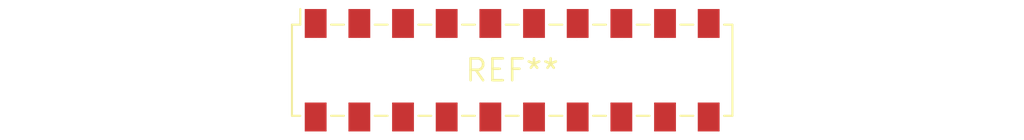
<source format=kicad_pcb>
(kicad_pcb (version 20240108) (generator pcbnew)
  (layers (0 "F.Cu" signal) (31 "B.Cu" signal) (34 "B.Paste" user) (35 "F.Paste" user) (36 "B.SilkS" user "B.Silkscreen") (37 "F.SilkS" user "F.Silkscreen") (38 "B.Mask" user) (39 "F.Mask" user) (44 "Edge.Cuts" user))
  (net 0 "")
  (footprint "Samtec_HLE-110-02-xxx-DV-BE_2x10_P2.54mm_Horizontal" (layer "F.Cu") (at 0 0)
    (property "Reference" "REF**")
    (property "Value" "Samtec_HLE-110-02-xxx-DV-BE_2x10_P2.54mm_Horizontal")
    (fp_line (start -12.81 -2.65) (end -12.81 2.65) (layer "F.SilkS") (stroke (width 0.12)))
    (fp_line (start -12.81 2.65) (end -12.325 2.65) (layer "F.SilkS") (stroke (width 0.12)))
    (fp_line (start -12.325 -3.56) (end -12.325 -2.65) (layer "F.SilkS") (stroke (width 0.12)))
    (fp_line (start -12.325 -2.65) (end -12.81 -2.65) (layer "F.SilkS") (stroke (width 0.12)))
    (fp_line (start -10.535 -2.65) (end -9.785 -2.65) (layer "F.SilkS") (stroke (width 0.12)))
    (fp_line (start -10.535 2.65) (end -9.785 2.65) (layer "F.SilkS") (stroke (width 0.12)))
    (fp_line (start -7.995 -2.65) (end -7.245 -2.65) (layer "F.SilkS") (stroke (width 0.12)))
    (fp_line (start -7.995 2.65) (end -7.245 2.65) (layer "F.SilkS") (stroke (width 0.12)))
    (fp_line (start -5.455 -2.65) (end -4.705 -2.65) (layer "F.SilkS") (stroke (width 0.12)))
    (fp_line (start -5.455 2.65) (end -4.705 2.65) (layer "F.SilkS") (stroke (width 0.12)))
    (fp_line (start -2.915 -2.65) (end -2.165 -2.65) (layer "F.SilkS") (stroke (width 0.12)))
    (fp_line (start -2.915 2.65) (end -2.165 2.65) (layer "F.SilkS") (stroke (width 0.12)))
    (fp_line (start -0.375 -2.65) (end 0.375 -2.65) (layer "F.SilkS") (stroke (width 0.12)))
    (fp_line (start -0.375 2.65) (end 0.375 2.65) (layer "F.SilkS") (stroke (width 0.12)))
    (fp_line (start 2.165 -2.65) (end 2.915 -2.65) (layer "F.SilkS") (stroke (width 0.12)))
    (fp_line (start 2.165 2.65) (end 2.915 2.65) (layer "F.SilkS") (stroke (width 0.12)))
    (fp_line (start 4.705 -2.65) (end 5.455 -2.65) (layer "F.SilkS") (stroke (width 0.12)))
    (fp_line (start 4.705 2.65) (end 5.455 2.65) (layer "F.SilkS") (stroke (width 0.12)))
    (fp_line (start 7.245 -2.65) (end 7.995 -2.65) (layer "F.SilkS") (stroke (width 0.12)))
    (fp_line (start 7.245 2.65) (end 7.995 2.65) (layer "F.SilkS") (stroke (width 0.12)))
    (fp_line (start 9.785 -2.65) (end 10.535 -2.65) (layer "F.SilkS") (stroke (width 0.12)))
    (fp_line (start 9.785 2.65) (end 10.535 2.65) (layer "F.SilkS") (stroke (width 0.12)))
    (fp_line (start 12.325 -2.65) (end 12.81 -2.65) (layer "F.SilkS") (stroke (width 0.12)))
    (fp_line (start 12.81 -2.65) (end 12.81 2.65) (layer "F.SilkS") (stroke (width 0.12)))
    (fp_line (start 12.81 2.65) (end 12.325 2.65) (layer "F.SilkS") (stroke (width 0.12)))
    (pad "" np_thru_hole circle (at -11.43 -1.27) (size 0.97 0.97) (drill 0.97) (layers *.Cu *.Mask))
    (pad "" np_thru_hole circle (at -11.43 1.27) (size 0.97 0.97) (drill 0.97) (layers *.Cu *.Mask))
    (pad "" np_thru_hole circle (at -8.89 -1.27) (size 0.97 0.97) (drill 0.97) (layers *.Cu *.Mask))
    (pad "" np_thru_hole circle (at -8.89 1.27) (size 0.97 0.97) (drill 0.97) (layers *.Cu *.Mask))
    (pad "" np_thru_hole circle (at -6.35 -1.27) (size 0.97 0.97) (drill 0.97) (layers *.Cu *.Mask))
    (pad "" np_thru_hole circle (at -6.35 1.27) (size 0.97 0.97) (drill 0.97) (layers *.Cu *.Mask))
    (pad "" np_thru_hole circle (at -3.81 -1.27) (size 0.97 0.97) (drill 0.97) (layers *.Cu *.Mask))
    (pad "" np_thru_hole circle (at -3.81 1.27) (size 0.97 0.97) (drill 0.97) (layers *.Cu *.Mask))
    (pad "" np_thru_hole circle (at -1.27 -1.27) (size 0.97 0.97) (drill 0.97) (layers *.Cu *.Mask))
    (pad "" np_thru_hole circle (at -1.27 1.27) (size 0.97 0.97) (drill 0.97) (layers *.Cu *.Mask))
    (pad "" np_thru_hole circle (at 1.27 -1.27) (size 0.97 0.97) (drill 0.97) (layers *.Cu *.Mask))
    (pad "" np_thru_hole circle (at 1.27 1.27) (size 0.97 0.97) (drill 0.97) (layers *.Cu *.Mask))
    (pad "" np_thru_hole circle (at 3.81 -1.27) (size 0.97 0.97) (drill 0.97) (layers *.Cu *.Mask))
    (pad "" np_thru_hole circle (at 3.81 1.27) (size 0.97 0.97) (drill 0.97) (layers *.Cu *.Mask))
    (pad "" np_thru_hole circle (at 6.35 -1.27) (size 0.97 0.97) (drill 0.97) (layers *.Cu *.Mask))
    (pad "" np_thru_hole circle (at 6.35 1.27) (size 0.97 0.97) (drill 0.97) (layers *.Cu *.Mask))
    (pad "" np_thru_hole circle (at 8.89 -1.27) (size 0.97 0.97) (drill 0.97) (layers *.Cu *.Mask))
    (pad "" np_thru_hole circle (at 8.89 1.27) (size 0.97 0.97) (drill 0.97) (layers *.Cu *.Mask))
    (pad "" np_thru_hole circle (at 11.43 -1.27) (size 0.97 0.97) (drill 0.97) (layers *.Cu *.Mask))
    (pad "" np_thru_hole circle (at 11.43 1.27) (size 0.97 0.97) (drill 0.97) (layers *.Cu *.Mask))
    (pad "1" smd rect (at -11.43 -2.72) (size 1.27 1.68) (layers "F.Cu" "F.Paste" "F.Mask"))
    (pad "2" smd rect (at -11.43 2.72) (size 1.27 1.68) (layers "F.Cu" "F.Paste" "F.Mask"))
    (pad "3" smd rect (at -8.89 -2.72) (size 1.27 1.68) (layers "F.Cu" "F.Paste" "F.Mask"))
    (pad "4" smd rect (at -8.89 2.72) (size 1.27 1.68) (layers "F.Cu" "F.Paste" "F.Mask"))
    (pad "5" smd rect (at -6.35 -2.72) (size 1.27 1.68) (layers "F.Cu" "F.Paste" "F.Mask"))
    (pad "6" smd rect (at -6.35 2.72) (size 1.27 1.68) (layers "F.Cu" "F.Paste" "F.Mask"))
    (pad "7" smd rect (at -3.81 -2.72) (size 1.27 1.68) (layers "F.Cu" "F.Paste" "F.Mask"))
    (pad "8" smd rect (at -3.81 2.72) (size 1.27 1.68) (layers "F.Cu" "F.Paste" "F.Mask"))
    (pad "9" smd rect (at -1.27 -2.72) (size 1.27 1.68) (layers "F.Cu" "F.Paste" "F.Mask"))
    (pad "10" smd rect (at -1.27 2.72) (size 1.27 1.68) (layers "F.Cu" "F.Paste" "F.Mask"))
    (pad "11" smd rect (at 1.27 -2.72) (size 1.27 1.68) (layers "F.Cu" "F.Paste" "F.Mask"))
    (pad "12" smd rect (at 1.27 2.72) (size 1.27 1.68) (layers "F.Cu" "F.Paste" "F.Mask"))
    (pad "13" smd rect (at 3.81 -2.72) (size 1.27 1.68) (layers "F.Cu" "F.Paste" "F.Mask"))
    (pad "14" smd rect (at 3.81 2.72) (size 1.27 1.68) (layers "F.Cu" "F.Paste" "F.Mask"))
    (pad "15" smd rect (at 6.35 -2.72) (size 1.27 1.68) (layers "F.Cu" "F.Paste" "F.Mask"))
    (pad "16" smd rect (at 6.35 2.72) (size 1.27 1.68) (layers "F.Cu" "F.Paste" "F.Mask"))
    (pad "17" smd rect (at 8.89 -2.72) (size 1.27 1.68) (layers "F.Cu" "F.Paste" "F.Mask"))
    (pad "18" smd rect (at 8.89 2.72) (size 1.27 1.68) (layers "F.Cu" "F.Paste" "F.Mask"))
    (pad "19" smd rect (at 11.43 -2.72) (size 1.27 1.68) (layers "F.Cu" "F.Paste" "F.Mask"))
    (pad "20" smd rect (at 11.43 2.72) (size 1.27 1.68) (layers "F.Cu" "F.Paste" "F.Mask"))
  )
)
</source>
